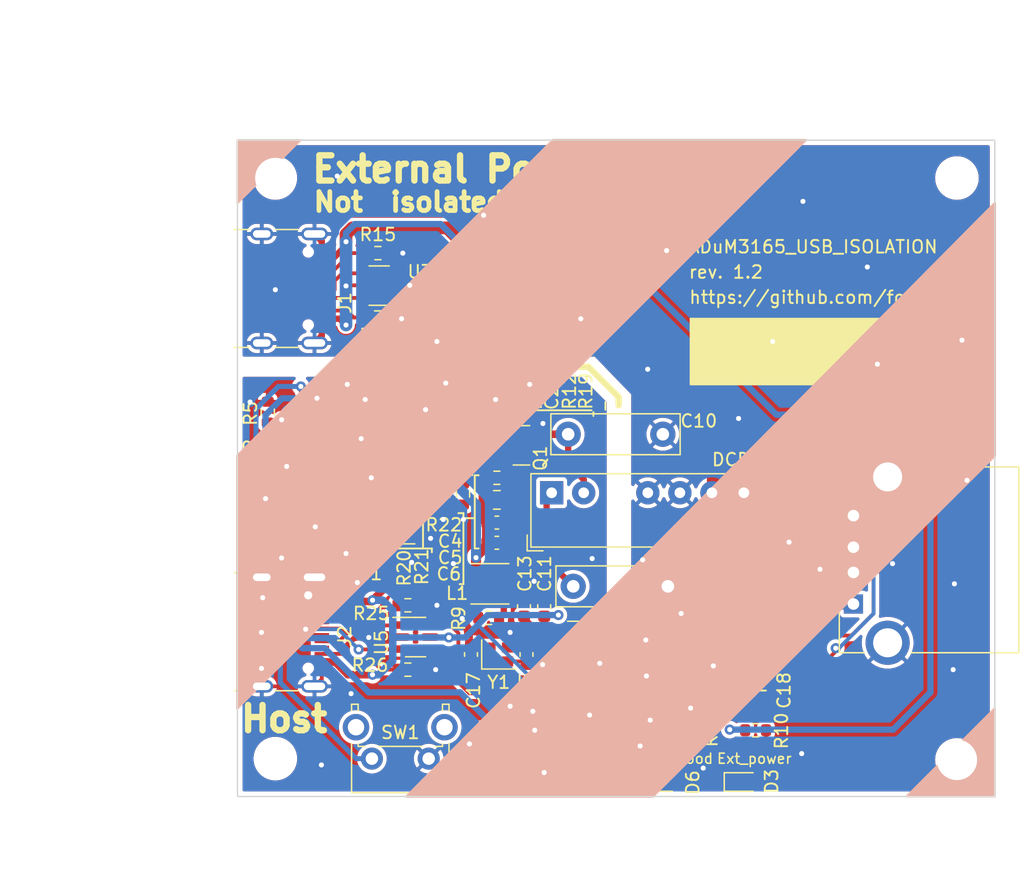
<source format=kicad_pcb>
(kicad_pcb (version 20221018) (generator pcbnew)
  (layers (0 "F.Cu" signal) (31 "B.Cu" signal) (34 "B.Paste" user) (35 "F.Paste" user) (36 "B.SilkS" user "B.Silkscreen") (37 "F.SilkS" user "F.Silkscreen") (38 "B.Mask" user) (39 "F.Mask" user) (44 "Edge.Cuts" user))
  (net 0 "")
  (net 1 "GND1")
  (net 2 "VDD")
  (net 3 "Net-(U1B--)")
  (net 4 "VDDA")
  (net 5 "Net-(DCDC1-+Vin)")
  (net 6 "GND2")
  (net 7 "Net-(DCDC1--Vin)")
  (net 8 "Net-(U4-VDD1)")
  (net 9 "Net-(U4-VDD2)")
  (net 10 "Net-(U4-GND1{slash}XI1)")
  (net 11 "Net-(U4-XI2{slash}GND2)")
  (net 12 "Net-(U4-GND1{slash}XO1)")
  (net 13 "Net-(U4-XO2{slash}GND2)")
  (net 14 "Net-(D1-A)")
  (net 15 "Net-(D2-A)")
  (net 16 "Net-(D3-A)")
  (net 17 "Net-(C2-Pad2)")
  (net 18 "Net-(D4-A)")
  (net 19 "Net-(D5-K)")
  (net 20 "Net-(D5-A)")
  (net 21 "Net-(D6-A)")
  (net 22 "Net-(J1-CC1)")
  (net 23 "Net-(J1-D+-PadA6)")
  (net 24 "Net-(J1-D--PadA7)")
  (net 26 "Net-(J1-CC2)")
  (net 28 "Net-(J2-CC1)")
  (net 29 "Net-(U4-UD+)")
  (net 30 "Net-(U4-UD-)")
  (net 32 "Net-(J2-CC2)")
  (net 34 "Net-(J3-D-)")
  (net 35 "Net-(J3-D+)")
  (net 36 "Net-(Q1-G)")
  (net 37 "Net-(Q1-S)")
  (net 38 "Net-(U1C--)")
  (net 39 "Net-(R3-Pad1)")
  (net 40 "Net-(U1D--)")
  (net 41 "Net-(U1D-+)")
  (net 42 "Net-(R13-Pad1)")
  (net 43 "Net-(U4-PGOOD)")
  (net 44 "Net-(U1A--)")
  (footprint "Capacitor_SMD:C_0603_1608Metric" (layer "F.Cu") (at 124.3 136.95 -90)
    (fp_text reference "C11")
    (fp_text value "0.1uF")
  )
  (footprint "Button_Switch_THT:SW_Tactile_SPST_Angled_PTS645Vx58-2LFS" (layer "F.Cu") (at 115.15 149 180)
    (fp_text reference "SW1")
    (fp_text value "Reset_Button")
  )
  (footprint "Capacitor_SMD:C_0603_1608Metric" (layer "F.Cu") (at 116.621 124.437 90)
    (fp_text reference "C2")
    (fp_text value "0.1uF")
  )
  (footprint "Resistor_SMD:R_0603_1608Metric" (layer "F.Cu") (at 115.1 124.45 90)
    (fp_text reference "R8")
    (fp_text value "24k")
  )
  (footprint "Connector_USB:USB_A_CONNFLY_DS1095-WNR0" (layer "F.Cu") (at 148.8 136.75 90)
    (fp_text reference "J3")
    (fp_text value "USB_A" hide)
  )
  (footprint "Resistor_SMD:R_0603_1608Metric" (layer "F.Cu") (at 105.3 128.65)
    (fp_text reference "R6")
    (fp_text value "1k")
  )
  (footprint "Resistor_SMD:R_0603_1608Metric" (layer "F.Cu") (at 116.3 128.05 90)
    (fp_text reference "R20")
    (fp_text value "1")
  )
  (footprint "Resistor_SMD:R_0603_1608Metric" (layer "F.Cu") (at 135.16 146.75)
    (fp_text reference "R23")
    (fp_text value "1.8k")
  )
  (footprint "LED_SMD:LED_0603_1608Metric" (layer "F.Cu") (at 127.15 150.85)
    (fp_text reference "D1")
    (fp_text value "Red" hide)
  )
  (footprint "Package_TO_SOT_SMD:SOT-23-6" (layer "F.Cu") (at 114.11 139.37)
    (fp_text reference "U5")
    (fp_text value "D5V0P4UR6SO-7")
  )
  (footprint "Resistor_SMD:R_0603_1608Metric" (layer "F.Cu") (at 111.1 114.05 180)
    (fp_text reference "R18")
    (fp_text value "5k1")
  )
  (footprint "Capacitor_SMD:C_0603_1608Metric" (layer "F.Cu") (at 122.9 140.75 90)
    (fp_text reference "C15")
    (fp_text value "12pF")
  )
  (footprint "Capacitor_SMD:C_0603_1608Metric" (layer "F.Cu") (at 139.2 136.55 90)
    (fp_text reference "C14")
    (fp_text value "0.1uF")
  )
  (footprint "Connector_USB:USB_C_Receptacle_GCT_USB4105-xx-A_16P_TopMnt_Horizontal" (layer "F.Cu") (at 103 138.95 -90)
    (fp_text reference "J2")
    (fp_text value "USB_C_Receptacle_USB2.0" hide)
  )
  (footprint "MountingHole:MountingHole_3.2mm_M3_DIN965" (layer "F.Cu") (at 157 149.1)
    (fp_text reference "H3" hide)
    (fp_text value "MountingHole" hide)
  )
  (footprint "Capacitor_SMD:C_0603_1608Metric" (layer "F.Cu") (at 143.2 140.85 -90)
    (fp_text reference "C18")
    (fp_text value "12pF")
  )
  (footprint "Resistor_SMD:R_0603_1608Metric" (layer "F.Cu") (at 119.9 137.85)
    (fp_text reference "R9")
    (fp_text value "0")
  )
  (footprint "Capacitor_SMD:C_0603_1608Metric" (layer "F.Cu") (at 120.55 130.3 180)
    (fp_text reference "C5")
    (fp_text value "1uF")
  )
  (footprint "MountingHole:MountingHole_3.2mm_M3_DIN965" (layer "F.Cu") (at 157 103)
    (fp_text reference "H2" hide)
    (fp_text value "MountingHole" hide)
  )
  (footprint "Resistor_SMD:R_0603_1608Metric" (layer "F.Cu") (at 113.5 136.85 180)
    (fp_text reference "R25")
    (fp_text value "5k1")
  )
  (footprint "Capacitor_SMD:C_0603_1608Metric" (layer "F.Cu") (at 118.5 140.75 90)
    (fp_text reference "C17")
    (fp_text value "12pF")
  )
  (footprint "Resistor_SMD:R_0603_1608Metric" (layer "F.Cu") (at 104.472 130.946 -90)
    (fp_text reference "R7")
    (fp_text value "1k")
  )
  (footprint "Package_TO_SOT_SMD:SOT-23" (layer "F.Cu") (at 122.499 124.177)
    (fp_text reference "Q1")
    (fp_text value "AS2302")
  )
  (footprint "Connector_USB:USB_C_Receptacle_GCT_USB4105-xx-A_16P_TopMnt_Horizontal" (layer "F.Cu") (at 103 111.75 -90)
    (fp_text reference "J1")
    (fp_text value "USB_C_Receptacle_USB2.0" hide)
  )
  (footprint "Resistor_SMD:R_0603_1608Metric" (layer "F.Cu") (at 117.87 128.05 90)
    (fp_text reference "R21")
    (fp_text value "1")
  )
  (footprint "LED_SMD:LED_0603_1608Metric" (layer "F.Cu") (at 133.65 150.85)
    (fp_text reference "D6")
    (fp_text value "Or")
  )
  (footprint "Resistor_SMD:R_0603_1608Metric" (layer "F.Cu") (at 112.3 120.55)
    (fp_text reference "R1")
    (fp_text value "5k1")
  )
  (footprint "Crystal:Crystal_SMD_2016-4Pin_2.0x1.6mm" (layer "F.Cu") (at 120.7 140.75)
    (fp_text reference "Y1")
    (fp_text value "24MHz")
  )
  (footprint "Capacitor_THT:C_Rect_L10.0mm_W3.0mm_P7.50mm_MKS4" (layer "F.Cu") (at 133.7 123.3 180)
    (fp_text reference "C10")
    (fp_text value "330pF" hide)
  )
  (footprint "Capacitor_SMD:C_0603_1608Metric" (layer "F.Cu") (at 137.6 136.55 -90)
    (fp_text reference "C12")
    (fp_text value "0.1uF")
  )
  (footprint "Diode_SMD:D_SOD-323" (layer "F.Cu") (at 108.5 121.95 180)
    (fp_text reference "D5")
    (fp_text value "10v 3A" hide)
  )
  (footprint "Capacitor_THT:C_Rect_L10.0mm_W3.0mm_P7.50mm_MKS4" (layer "F.Cu") (at 134.1 135.35 180)
    (fp_text reference "C3")
    (fp_text value "330pF" hide)
  )
  (footprint "Crystal:Crystal_SMD_2016-4Pin_2.0x1.6mm" (layer "F.Cu") (at 141.1 140.85 90)
    (fp_text reference "Y2")
    (fp_text value "24MHz")
  )
  (footprint "Capacitor_SMD:C_0805_2012Metric" (layer "F.Cu") (at 120.55 128.5 180)
    (fp_text reference "C4")
    (fp_text value "10uF")
  )
  (footprint "Capacitor_SMD:C_0603_1608Metric" (layer "F.Cu") (at 139 140.85 90)
    (fp_text reference "C16")
    (fp_text value "12pF")
  )
  (footprint "Resistor_SMD:R_0603_1608Metric" (layer "F.Cu") (at 105.297 127.073)
    (fp_text reference "R16")
    (fp_text value "24k")
  )
  (footprint "Resistor_SMD:R_0603_1608Metric" (layer "F.Cu") (at 118.224 124.323 -90)
    (fp_text reference "R12")
    (fp_text value "1k")
  )
  (footprint "Capacitor_SMD:C_0603_1608Metric" (layer "F.Cu") (at 122.7 136.95 90)
    (fp_text reference "C13")
    (fp_text value "0.1uF")
  )
  (footprint "Resistor_SMD:R_0603_1608Metric" (layer "F.Cu") (at 102.4 124.65 -90)
    (fp_text reference "R2")
    (fp_text value "1k")
  )
  (footprint "Resistor_SMD:R_0603_1608Metric" (layer "F.Cu") (at 105.36 122 180)
    (fp_text reference "R17")
    (fp_text value "560")
  )
  (footprint "Resistor_SMD:R_0603_1608Metric" (layer "F.Cu") (at 113.5 141.95 180)
    (fp_text reference "R26")
    (fp_text value "5k1")
  )
  (footprint "Diode_SMD:D_SOD-323" (layer "F.Cu") (at 123 108.15 180)
    (fp_text reference "D2")
    (fp_text value "10v 3A")
  )
  (footprint "MountingHole:MountingHole_3.2mm_M3_DIN965" (layer "F.Cu") (at 103 149)
    (fp_text reference "H1" hide)
    (fp_text value "MountingHole" hide)
  )
  (footprint "Capacitor_SMD:C_0805_2012Metric" (layer "F.Cu") (at 144.65 127.1 180)
    (fp_text reference "C9")
    (fp_text value "10uF")
  )
  (footprint "Package_TO_SOT_SMD:SOT-23-6" (layer "F.Cu") (at 111.225 111.525 180)
    (fp_text reference "U3")
    (fp_text value "D5V0P4UR6SO-7")
  )
  (footprint "Resistor_SMD:R_0603_1608Metric" (layer "F.Cu") (at 125.55 146.75 180)
    (fp_text reference "R4")
    (fp_text value "1.8k")
  )
  (footprint "Package_SO:SSOP-20_5.3x7.2mm_P0.65mm" (layer "F.Cu") (at 130.6 141.55)
    (fp_text reference "U4")
    (fp_text value "ADuM3165")
  )
  (footprint "Resistor_SMD:R_0603_1608Metric" (layer "F.Cu") (at 121.4 110.85 90)
    (fp_text reference "R3")
    (fp_text value "5k1")
  )
  (footprint "Resistor_SMD:R_0603_1608Metric" (layer "F.Cu") (at 102.874 130.968 90)
    (fp_text reference "R13")
    (fp_text value "1k")
  )
  (footprint "Capacitor_SMD:C_0603_1608Metric" (layer "F.Cu") (at 144.4 128.95 180)
    (fp_text reference "C7")
    (fp_text value "0.1uF")
  )
  (footprint "Package_TO_SOT_SMD:SOT-23-6" (layer "F.Cu") (at 143.76 134.62)
    (fp_text reference "U6")
    (fp_text value "D5V0P4UR6SO-7")
  )
  (footprint "Capacitor_SMD:C_0603_1608Metric" (layer "F.Cu") (at 144.4 130.55 180)
    (fp_text reference "C8")
    (fp_text value "1uF")
  )
  (footprint "Resistor_SMD:R_0603_1608Metric" (layer "F.Cu") (at 111.125 108.95 180)
    (fp_text reference "R15")
    (fp_text value "5k1" hide)
  )
  (footprint "Capacitor_SMD:C_0603_1608Metric" (layer "F.Cu") (at 120.55 131.9 180)
    (fp_text reference "C6")
    (fp_text value "0.1uF")
  )
  (footprint "User_Lib:RFMM_RFB0505S" (layer "F.Cu") (at 132.5 129.35 90)
    (fp_text reference "DCDC1")
    (fp_text value "RFMM-0505S" hide)
  )
  (footprint "Capacitor_SMD:C_0603_1608Metric" (layer "F.Cu") (at 110.6 132.975)
    (fp_text reference "C1")
    (fp_text value "0.1uF")
  )
  (footprint "Resistor_SMD:R_0603_1608Metric" (layer "F.Cu") (at 119.754 124.348 90)
    (fp_text reference "R19")
    (fp_text value "24k")
  )
  (footprint "Resistor_SMD:R_0603_1608Metric" (layer "F.Cu") (at 120 146.75)
    (fp_text reference "R11")
    (fp_text value "1.8k")
  )
  (footprint "Package_SO:SO-4_4.4x3.6mm_P2.54mm" (layer "F.Cu") (at 120.175 117.7 -90)
    (fp_text reference "U2")
    (fp_text value "LTV-356T")
  )
  (footprint "Resistor_SMD:R_0603_1608Metric" (layer "F.Cu") (at 102.4 121.55 -90)
    (fp_text reference "R5")
    (fp_text value "1k")
  )
  (footprint "Resistor_SMD:R_0603_1608Metric" (layer "F.Cu") (at 141.05 146.75)
    (fp_text reference "R10")
    (fp_text value "5k1")
  )
  (footprint "Resistor_SMD:R_0603_1608Metric" (layer "F.Cu") (at 120.55 126.75)
    (fp_text reference "R22")
    (fp_text value "0")
  )
  (footprint "LED_SMD:LED_0603_1608Metric" (layer "F.Cu") (at 120.65 150.85)
    (fp_text reference "D4")
    (fp_text value "Green" hide)
  )
  (footprint "Inductor_SMD:L_Taiyo-Yuden_MD-3030" (layer "F.Cu") (at 120 135.15)
    (fp_text reference "L1")
    (fp_text value "22 uH")
  )
  (footprint "Resistor_SMD:R_0603_1608Metric" (layer "F.Cu") (at 112.3 122.15 180)
    (fp_text reference "R14")
    (fp_text value "1k")
  )
  (footprint "LED_SMD:LED_0603_1608Metric" (layer "F.Cu") (at 140.05 150.85)
    (fp_text reference "D3")
    (fp_text value "Blue")
  )
  (footprint "Package_SO:SOIC-14_3.9x8.7mm_P1.27mm" (layer "F.Cu") (at 110.6 127.55 180)
    (fp_text reference "U1")
    (fp_text value "MCP6004T-E/SL" hide)
  )
  (footprint "MountingHole:MountingHole_3.2mm_M3_DIN965" (layer "F.Cu") (at 103 103)
    (fp_text reference "H4" hide)
    (fp_text value "MountingHole" hide)
  )
  (gr_poly (pts (xy 100 145) (xy 100 125) (xy 125 100) (xy 145 100)) (stroke (width 0.2)) (fill solid) (layer "B.SilkS"))
  (gr_poly (pts (xy 160 152) (xy 153 152) (xy 160 145)) (stroke (width 0.15)) (fill solid) (layer "B.SilkS"))
  (gr_poly (pts (xy 100 105) (xy 100 100) (xy 105 100)) (stroke (width 0.15)) (fill solid) (layer "B.SilkS"))
  (gr_poly (pts (xy 160 125) (xy 132.9 152) (xy 113.4 152) (xy 160 105)) (stroke (width 0.2)) (fill solid) (layer "B.SilkS"))
  (gr_line (start 146.2 131.45) (end 145.8 131.45) (stroke (width 0.15)) (layer "F.SilkS"))
  (gr_line (start 115.5 126.35) (end 115.5 126.65) (stroke (width 0.15)) (layer "F.SilkS"))
  (gr_line (start 118.8 132.35) (end 119.1 132.35) (stroke (width 0.15)) (layer "F.SilkS"))
  (gr_line (start 130.2 150.95) (end 130.2 147.25) (stroke (width 0.5)) (layer "F.SilkS"))
  (gr_line (start 117.9 129.55) (end 117.9 135.175) (stroke (width 0.15)) (layer "F.SilkS"))
  (gr_line (start 118.8 126.55) (end 119.1 126.55) (stroke (width 0.15)) (layer "F.SilkS"))
  (gr_line (start 118.8 126.55) (end 118.8 132.35) (stroke (width 0.15)) (layer "F.SilkS"))
  (gr_rect (start 135.9 114.15) (end 158.2 119.35) (stroke (width 0.15)) (fill solid) (layer "F.SilkS"))
  (gr_line (start 128.05 121.4) (end 122.8 121.4) (stroke (width 0.15)) (layer "F.SilkS"))
  (gr_line (start 122.1 122.45) (end 114.3 122.45) (stroke (width 0.15)) (layer "F.SilkS"))
  (gr_line (start 120.497 122.323) (end 120.497 122.823) (stroke (width 0.15)) (layer "F.SilkS"))
  (gr_line (start 114.7 126.35) (end 118.6 126.35) (stroke (width 0.15)) (layer "F.SilkS"))
  (gr_line (start 117.9 129.95) (end 118.7 129.95) (stroke (width 0.15)) (layer "F.SilkS"))
  (gr_line (start 122.8 121.9) (end 122.8 120.9) (stroke (width 0.15)) (layer "F.SilkS"))
  (gr_line (start 112.4 132.35) (end 112.4 132.65) (stroke (width 0.15)) (layer "F.SilkS"))
  (gr_line (start 117.9 135.175) (end 117.6 135.175) (stroke (width 0.15)) (layer "F.SilkS"))
  (gr_line (start 146.2 126.1) (end 145.8 126.1) (stroke (width 0.15)) (layer "F.SilkS"))
  (gr_line (start 118.6 126.35) (end 118.6 126.55) (stroke (width 0.15)) (layer "F.SilkS"))
  (gr_line (start 114.7 132.35) (end 114.7 126.45) (stroke (width 0.15)) (layer "F.SilkS"))
  (gr_line (start 127.8 117.95) (end 130.2 120.35) (stroke (width 0.5)) (layer "F.SilkS"))
  (gr_line (start 112.4 132.35) (end 115.4 132.35) (stroke (width 0.15)) (layer "F.SilkS"))
  (gr_line (start 146.2 121.7) (end 146.2 131.45) (stroke (width 0.15)) (layer "F.SilkS"))
  (gr_line (start 117.9 129.55) (end 117.5 129.55) (stroke (width 0.15)) (layer "F.SilkS"))
  (gr_line (start 130.2 121) (end 130.2 120.45) (stroke (width 0.5)) (layer "F.SilkS"))
  (gr_line (start 114.7 126.45) (end 114.7 126.35) (stroke (width 0.15)) (layer "F.SilkS"))
  (gr_line (start 115.5 117.95) (end 109.5 117.95) (stroke (width 0.5)) (layer "F.SilkS"))
  (gr_line (start 122.8 121.9) (end 122.1 122.45) (stroke (width 0.15)) (layer "F.SilkS"))
  (gr_line (start 128.2 121.85) (end 128.2 121.55) (stroke (width 0.15)) (layer "F.SilkS"))
  (gr_line (start 115.4 132.35) (end 115.4 132.65) (stroke (width 0.15)) (layer "F.SilkS"))
  (gr_line (start 145.6 121.7) (end 146.2 121.7) (stroke (width 0.15)) (layer "F.SilkS"))
  (gr_line (start 127.7 117.95) (end 124.7 117.95) (stroke (width 0.5)) (layer "F.SilkS"))
  (gr_line (start 114.3 122.45) (end 114.3 122.85) (stroke (width 0.15)) (layer "F.SilkS"))
  (gr_line (start 129.15 121.35) (end 129.15 120.75) (stroke (width 0.15)) (layer "F.SilkS"))
  (gr_rect (start 100 100) (end 160 152) (stroke (width 0.1)) (fill none) (layer "Edge.Cuts"))
  (gr_text "ADuM3165_USB_ISOLATION" (at 145.6 108.45) (layer "F.SilkS") (effects (font (size 1 1))))
  (gr_text "Host" (at 103.7 145.85) (layer "F.SilkS") (effects (font (size 2 2) (thickness 0.5))))
  (gr_text "Ext_power\n" (at 140.95 149) (layer "F.SilkS") (effects (font (size 0.8 0.8) (thickness 0.125))))
  (gr_text "https://github.com/fominsky" (at 146.9 112.45) (layer "F.SilkS") (effects (font (size 1 1))))
  (gr_text "External Power\n" (at 117.3 102.3) (layer "F.SilkS") (effects (font (size 2 2) (thickness 0.5))))
  (gr_text "Overload" (at 127.199 149) (layer "F.SilkS") (effects (font (size 0.8 0.8) (thickness 0.125))))
  (gr_text "Not  isolated" (at 113.6 104.9) (layer "F.SilkS") (effects (font (size 1.5 1.5) (thickness 0.375))))
  (gr_text "Device" (at 154.45 122.55) (layer "F.SilkS") (effects (font (size 2 2) (thickness 0.5))))
  (gr_text "Power_good\n" (at 134.15 149) (layer "F.SilkS") (effects (font (size 0.8 0.8) (thickness 0.125))))
  (gr_text "rev. 1.2\n" (at 138.7 110.45) (layer "F.SilkS") (effects (font (size 1 1))))
  (gr_text "Power ON" (at 120.49 149) (layer "F.SilkS") (effects (font (size 0.8 0.8) (thickness 0.125))))
  (segment (start 120 140.2) (end 119.775 139.975) (width 0.3) (layer "F.Cu") (net 1))
  (segment (start 118.224 123.498) (end 118.224 122.818) (width 0.4) (layer "F.Cu") (net 1))
  (segment (start 122.975 141.55) (end 122.9 141.625) (width 0.3) (layer "F.Cu") (net 1))
  (segment (start 114.325 136.85) (end 115.8 136.85) (width 0.3) (layer "F.Cu") (net 1))
  (segment (start 109.9 128.05) (end 109.9 132.85) (width 0.5) (layer "F.Cu") (net 1))
  (segment (start 118.224 122.818) (end 118.905 122.137) (width 0.4) (layer "F.Cu") (net 1))
  (segment (start 124.175 141.55) (end 122.975 141.55) (width 0.3) (layer "F.Cu") (net 1))
  (segment (start 109.9 132.85) (end 108.7 132.85) (width 0.5) (layer "F.Cu") (net 1))
  (segment (start 122.575 141.3) (end 121.4 141.3) (width 0.3) (layer "F.Cu") (net 1))
  (segment (start 108.7 132.85) (end 108.6 132.75) (width 0.5) (layer "F.Cu") (net 1))
  (segment (start 114.325 141.95) (end 115.7 141.95) (width 0.3) (layer "F.Cu") (net 1))
  (segment (start 117.87 130.02) (end 117.9 130.05) (width 0.4) (layer "F.Cu") (net 1))
  (segment (start 119.775 139.975) (end 118.5 139.975) (width 0.3) (layer "F.Cu") (net 1))
  (segment (start 109.4 127.55) (end 109.9 128.05) (width 0.5) (layer "F.Cu") (net 1))
  (segment (start 112.9625 139.4) (end 110.4 139.4) (width 0.3) (layer "F.Cu") (net 1))
  (segment (start 116.3 128.875) (end 116.3 130.05) (width 0.5) (layer "F.Cu") (net 1))
  (segment (start 106.68 142.695) (end 106.105 143.27) (width 0.3) (layer "F.Cu") (net 1))
  (segment (start 122.9 141.625) (end 122.575 141.3) (width 0.3) (layer "F.Cu") (net 1))
  (segment (start 118.905 122.137) (end 118.905 120.85) (width 0.4) (layer "F.Cu") (net 1))
  (segment (start 117.87 128.875) (end 116.27 128.875) (width 0.4) (layer "F.Cu") (net 1))
  (segment (start 108.125 127.55) (end 109.4 127.55) (width 0.5) (layer "F.Cu") (net 1))
  (segment (start 117.87 128.875) (end 117.87 130.02) (width 0.4) (layer "F.Cu") (net 1))
  (segment (start 106.68 142.15) (end 106.68 142.695) (width 0.3) (layer "F.Cu") (net 1))
  (via (at 124.2 122.45) (size 0.8) (drill 0.4) (layers "F.Cu" "B.Cu") (net 1))
  (via (at 102 136.25) (size 0.8) (drill 0.4) (layers "F.Cu" "B.Cu") (net 1))
  (via (at 118.375 147.834) (size 0.8) (drill 0.4) (layers "F.Cu" "B.Cu") (net 1))
  (via (at 124.175 141.55) (size 0.8) (drill 0.4) (layers "F.Cu" "B.Cu") (net 1))
  (via (at 106.65 149.5) (size 0.8) (drill 0.4) (layers "F.Cu" "B.Cu") (net 1))
  (via (at 117.1 133.55) (size 0.8) (drill 0.4) (layers "F.Cu" "B.Cu") (net 1))
  (via (at 115.7 141.95) (size 0.8) (drill 0.4) (layers "F.Cu" "B.Cu") (net 1))
  (via (at 127.9 145.55) (size 0.8) (drill 0.4) (layers "F.Cu" "B.Cu") (net 1))
  (via (at 101 120.75) (size 0.8) (drill 0.4) (layers "F.Cu" "B.Cu") (net 1))
  (via (at 108.7 119.35) (size 0.8) (drill 0.4) (layers "F.Cu" "B.Cu") (net 1))
  (via (at 109 143.85) (size 0.8) (drill 0.4) (layers "F.Cu" "B.Cu") (net 1))
  (via (at 121.6 144.85) (size 0.8) (drill 0.4) (layers "F.Cu" "B.Cu") (net 1))
  (via (at 101.9 139) (size 0.8) (drill 0.4) (layers "F.Cu" "B.Cu") (net 1))
  (via (at 128.7 141.45) (size 0.8) (drill 0.4) (layers "F.Cu" "B.Cu") (net 1))
  (via (at 109.5 135.05) (size 0.8) (drill 0.4) (layers "F.Cu" "B.Cu") (net 1))
  (via (at 116.5 119.25) (size 0.8) (drill 0.4) (layers "F.Cu" "B.Cu") (net 1))
  (via (at 117.9 130.05) (size 0.8) (drill 0.4) (layers "F.Cu" "B.Cu") (net 1))
  (via (at 108.6 132.75) (size 0.8) (drill 0.4) (layers "F.Cu" "B.Cu") (net 1))
  (via (at 103.495 133.102) (size 0.8) (drill 0.4) (layers "F.Cu" "B.Cu") (net 1))
  (via (at 113.8 133.45) (size 0.8) (drill 0.4) (layers "F.Cu" "B.Cu") (net 1))
  (via (at 123.15 119.35) (size 0.8) (drill 0.4) (layers "F.Cu" "B.Cu") (net 1))
  (via (at 116.3 130.05) (size 0.8) (drill 0.4) (layers "F.Cu" "B.Cu") (net 1))
  (via (at 121.6 139) (size 0.8) (drill 0.4) (layers "F.Cu" "B.Cu") (net 1))
  (via (at 115.8 136.85) (size 0.8) (drill 0.4) (layers "F.Cu" "B.Cu") (net 1))
  (via (at 117.8 137.9) (size 0.8) (drill 0.4) (layers "F.Cu" "B.Cu") (net 1))
  (via (at 115.3 131.55) (size 0.8) (drill 0.4) (layers "F.Cu" "B.Cu") (net 1))
  (via (at 128.1 133.15) (size 0.8) (drill 0.4) (layers "F.Cu" "B.Cu") (net 1))
  (via (at 110.4 139.4) (size 0.8) (drill 0.4) (layers "F.Cu" "B.Cu") (net 1))
  (via (at 101.9 141.85) (size 0.8) (drill 0.4) (layers "F.Cu" "B.Cu") (net 1))
  (via (at 123.5 134.95) (size 0.8) (drill 0.4) (layers "F.Cu" "B.Cu") (net 1))
  (via (at 124.3 150.1) (size 0.8) (drill 0.4) (layers "F.Cu" "B.Cu") (net 1))
  (segment (start 119.775 131.9) (end 119.775 132.1) (width 0.8) (layer "F.Cu") (net 2))
  (segment (start 103.525 125.475) (end 103.9 125.85) (width 0.5) (layer "F.Cu") (net 2))
  (segment (start 107.746 141.35) (end 106.68 141.35) (width 0.6) (layer "F.Cu") (net 2))
  (segment (start 118.9 135.15) (end 118.9 137.675) (width 0.6) (layer "F.Cu") (net 2))
  (segment (start 114.9 121.35) (end 114.1 120.55) (width 0.5) (layer "F.Cu") (net 2))
  (segment (start 124.4 137.625) (end 124.3 137.725) (width 0.3) (layer "F.Cu") (net 2))
  (segment (start 122.975 145.675) (end 123.4 145.25) (width 0.25) (layer "F.Cu") (net 2))
  (segment (start 124.3 138.25) (end 124.3 137.725) (width 0.3) (layer "F.Cu") (net 2))
  (segment (start 119.775 130.3) (end 119.775 131.9) (width 0.8) (layer "F.Cu") (net 2))
  (segment (start 115.2375 139.4) (end 116.75 139.4) (width 0.3) (layer "F.Cu") (net 2))
  (segment (start 118.8 135.05) (end 111.5 135.05) (width 0.6) (layer "F.Cu") (net 2))
  (segment (start 111.5 135.05) (end 111.5 133.1) (width 0.6) (layer "F.Cu") (net 2))
  (segment (start 119.525 128.75) (end 119.525 130.05) (width 0.8) (layer "F.Cu") (net 2))
  (segment (start 106.68 136.55) (end 110.6 136.55) (width 0.6) (layer "F.Cu") (net 2))
  (segment (start 127.1 138.625) (end 124.675 138.625) (width 0.3) (layer "F.Cu") (net 2))
  (segment (start 110.7 136.45) (end 111.5 135.65) (width 0.6) (layer "F.Cu") (net 2))
  (segment (start 119.775 132.1) (end 118.9 132.975) (width 0.8) (layer "F.Cu") (net 2))
  (segment (start 102.4 125.475) (end 103.525 125.475) (width 0.5) (layer "F.Cu") (net 2))
  (segment (start 119.175 146.8) (end 120.3 145.675) (width 0.25) (layer "F.Cu") (net 2))
  (segment (start 118.9 135.15) (end 118.8 135.05) (width 0.6) (layer "F.Cu") (net 2))
  (segment (start 111.4 127.65) (end 111.4 132.85) (width 0.5) (layer "F.Cu") (net 2))
  (segment (start 113.075 127.55) (end 111.5 127.55) (width 0.5) (layer "F.Cu") (net 2))
  (segment (start 118.9 137.675) (end 119.075 137.85) (width 0.6) (layer "F.Cu") (net 2))
  (segment (start 124.675 138.625) (end 124.3 138.25) (width 0.3) (layer "F.Cu") (net 2))
  (segment (start 111.5 135.65) (end 111.5 134.85) (width 0.6) (layer "F.Cu") (net 2))
  (segment (start 114.1 120.55) (end 113.125 120.55) (width 0.5) (layer "F.Cu") (net 2))
  (segment (start 118.9 133.075) (end 118.9 135.15) (width 0.8) (layer "F.Cu") (net 2))
  (segment (start 111.5 133.1) (end 111.375 132.975) (width 0.6) (layer "F.Cu") (net 2))
  (segment (start 110.6 136.55) (end 110.7 136.45) (width 0.6) (layer "F.Cu") (net 2))
  (segment (start 119.525 130.05) (end 119.775 130.3) (width 0.8) (layer "F.Cu") (net 2))
  (segment (start 118.9 132.975) (end 118.9 133.075) (width 0.8) (layer "F.Cu") (net 2))
  (segment (start 120.3 145.675) (end 122.975 145.675) (width 0.25) (layer "F.Cu") (net 2))
  (segment (start 111.5 127.55) (end 111.4 127.55) (width 0.5) (layer "F.Cu") (net 2))
  (segment (start 110.7 142.35) (end 108.746 142.35) (width 0.6) (layer "F.Cu") (net 2))
  (segment (start 111.4 127.55) (end 110.6 126.75) (width 0.5) (layer "F.Cu") (net 2))
  (segment (start 108.746 142.35) (end 107.746 141.35) (width 0.6) (layer "F.Cu") (net 2))
  (segment (start 111.5 127.55) (end 111.4 127.65) (width 0.5) (layer "F.Cu") (net 2))
  (segment (start 125.425 137.625) (end 124.4 137.625) (width 0.3) (layer "F.Cu") (net 2))
  (via (at 116.75 139.4) (size 0.8) (drill 0.4) (layers "F.Cu" "B.Cu") (net 2))
  (via (at 118.9 133.075) (size 0.8) (drill 0.4) (layers "F.Cu" "B.Cu") (net 2))
  (via (at 110.7 136.45) (size 0.8) (drill 0.4) (layers "F.Cu" "B.Cu") (net 2))
  (via (at 110.7 142.35) (size 0.8) (drill 0.4) (layers "F.Cu" "B.Cu") (net 2))
  (via (at 103.9 125.85) (size 0.8) (drill 0.4) (layers "F.Cu" "B.Cu") (net 2))
  (via (at 110.6 126.75) (size 0.8) (drill 0.4) (layers "F.Cu" "B.Cu") (net 2))
  (via (at 114.9 121.35) (size 0.8) (drill 0.4) (layers "F.Cu" "B.Cu") (net 2))
  (via (at 123.4 145.25) (size 0.8) (drill 0.4) (layers "F.Cu" "B.Cu") (net 2))
  (via (at 125.425 137.625) (size 0.8) (drill 0.4) (layers "F.Cu" "B.Cu") (net 2))
  (segment (start 119.05 138.4) (end 118.05 139.4) (width 0.5) (layer "B.Cu") (net 2))
  (segment (start 112.3 139.35) (end 112.3 137.25) (width 0.6) (layer "B.Cu") (net 2))
  (segment (start 110.7 142.35) (end 111.2 142.35) (width 0.6) (layer "B.Cu") (net 2))
  (segment (start 112.3 137.25) (end 111.5 136.45) (width 0.6) (layer "B.Cu") (net 2))
  (segment (start 112.3 141.25) (end 112.3 139.35) (width 0.6) (layer "B.Cu") (net 2))
  (segment (start 111.2 142.35) (end 112.3 141.25) (width 0.6) (layer "B.Cu") (net 2))
  (segment (start 123.4 142.75) (end 119.05 138.4) (width 0.3) (layer "B.Cu") (net 2))
  (segment (start 118.05 139.4) (end 116.75 139.4) (width 0.5) (layer "B.Cu") (net 2))
  (segment (start 112.35 139.4) (end 112.3 139.35) (width 0.5) (layer "B.Cu") (net 2))
  (segment (start 114.9 124.875) (end 118.9 128.875) (width 0.8) (layer "B.Cu") (net 2))
  (segment (start 123.4 145.25) (end 123.4 142.75) (width 0.3) (layer "B.Cu") (net 2))
  (segment (start 111.5 136.45) (end 110.7 136.45) (width 0.6) (layer "B.Cu") (net 2))
  (segment (start 110.6 126.75) (end 104.8 126.75) (width 0.5) (layer "B.Cu") (net 2))
  (segment (start 114.9 121.35) (end 114.9 124.875) (width 0.8) (layer "B.Cu") (net 2))
  (segment (start 119.825 137.625) (end 119.05 138.4) (width 0.5) (layer "B.Cu") (net 2))
  (segment (start 116.75 139.4) (end 112.35 139.4) (width 0.5) (layer "B.Cu") (net 2))
  (segment (start 118.9 128.875) (end 118.9 133.075) (width 0.8) (layer "B.Cu") (net 2))
  (segment (start 125.425 137.625) (end 119.825 137.625) (width 0.5) (layer "B.Cu") (net 2))
  (segment (start 104.8 126.75) (end 103.9 125.85) (width 0.5) (layer "B.Cu") (net 2))
  (segment (start 114.835 125.01) (end 115.1 125.275) (width 0.5) (layer "F.Cu") (net 3))
  (segment (start 118.224 125.148) (end 116.685 125.148) (width 0.4) (layer "F.Cu") (net 3))
  (segment (start 115.17 125.275) (end 116.645 125.275) (width 0.5) (layer "F.Cu") (net 3))
  (segment (start 116.685 125.148) (end 116.621 125.212) (width 0.4) (layer "F.Cu") (net 3))
  (segment (start 116.645 125.275) (end 116.67 125.25) (width 0.4) (layer "F.Cu") (net 3))
  (segment (start 113.075 125.01) (end 114.835 125.01) (width 0.5) (layer "F.Cu") (net 3))
  (segment (start 143.625 127.35) (end 143.625 128.95) (width 0.5) (layer "F.Cu") (net 4))
  (segment (start 125.7 108.15) (end 124.05 108.15) (width 1) (layer "F.Cu") (net 4))
  (segment (start 137 130.75) (end 137.59 130.16) (width 1) (layer "F.Cu") (net 4))
  (segment (start 137.69 120.14) (end 125.7 108.15) (width 1) (layer "F.Cu") (net 4))
  (segment (start 134.1 135.35) (end 134.1 132.35) (width 1) (layer "F.Cu") (net 4))
  (segment (start 135.15 137.5) (end 137.425 137.5) (width 0.3) (layer "F.Cu") (net 4))
  (segment (start 141.6866 127.9366) (end 140.12 127.9366) (width 0.5) (layer "F.Cu") (net 4))
  (segment (start 137.3 138.55) (end 137.6 138.25) (width 0.25) (layer "F.Cu") (net 4))
  (segment (start 137.59 127.9366) (end 137.69 127.8366) (width 1) (layer "F.Cu") (net 4))
  (segment (start 142.7 128.95) (end 141.6866 127.9366) (width 0.5) (layer "F.Cu") (net 4))
  (segment (start 134.1 138.625) (end 134.175 138.55) (width 0.25) (layer "F.Cu") (net 4))
  (segment (start 137.425 137.5) (end 137.6 137.325) (width 0.3) (layer "F.Cu") (net 4))
  (segment (start 137.59 127.9366) (end 140.12 127.9366) (width 1) (layer "F.Cu") (net 4))
  (segment (start 143.625 130.55) (end 143.625 131.775) (width 0.5) (layer "F.Cu") (net 4))
  (segment (start 143.625 130.55) (end 143.625 128.95) (width 0.5) (layer "F.Cu") (net 4))
  (segment (start 144.8975 134.62) (end 145.53 134.62) (width 0.4) (layer "F.Cu") (net 4))
  (segment (start 134.175 138.55) (end 137.3 138.55) (width 0.25) (layer "F.Cu") (net 4))
  (segment (start 145.53 134.62) (end 146.15 134) (width 0.4) (layer "F.Cu") (net 4))
  (segment (start 137.69 127.8366) (end 137.69 120.14) (width 1) (layer "F.Cu") (net 4))
  (segment (start 143.625 128.95) (end 142.7 128.95) (width 0.5) (layer "F.Cu") (net 4))
  (segment (start 134.1 132.35) (end 135.7 130.75) (width 1) (layer "F.Cu") (net 4))
  (segment (start 137.59 130.16) (end 137.59 127.9366) (width 1) (layer "F.Cu") (net 4))
  (segment (start 135.7 130.75) (end 137 130.75) (width 1) (layer "F.Cu") (net 4))
  (segment (start 143.625 131.775) (end 143.7 131.85) (width 0.5) (layer "F.Cu") (net 4))
  (segment (start 137.6 138.25) (end 137.6 137.325) (width 0.25) (layer "F.Cu") (net 4))
  (via (at 135.15 137.5) (size 0.8) (drill 0.4) (layers "F.Cu" "B.Cu") (net 4))
  (via (at 146.15 134) (size 0.8) (drill 0.4) (layers "F.Cu" "B.Cu") (net 4))
  (via (at 143.7 131.85) (size 0.8) (drill 0.4) (layers "F.Cu" "B.Cu") (net 4))
  (segment (start 135.95 136.7) (end 135.15 137.5) (width 0.3) (layer "B.Cu") (net 4))
  (segment (start 146.15 134) (end 144 134) (width 0.4) (layer "B.Cu") (net 4))
  (segment (start 143.7 136.7) (end 143.7 133.7) (width 1) (layer "B.Cu") (net 4))
  (segment (start 148.75 136.7) (end 148.8 136.75) (width 1) (layer "B.Cu") (net 4))
  (segment (start 143.7 136.7) (end 148.75 136.7) (width 1) (layer "B.Cu") (net 4))
  (segment (start 143.7 133.7) (end 143.7 131.85) (width 1) (layer "B.Cu") (net 4))
  (segment (start 144 134) (end 143.7 133.7) (width 0.4) (layer "B.Cu") (net 4))
  (segment (start 143.7 136.7) (end 135.95 136.7) (width 0.3) (layer "B.Cu") (net 4))
  (segment (start 121.1 134.25) (end 121.5 133.85) (width 0.5) (layer "F.Cu") (net 5))
  (segment (start 125.09 133.84) (end 124.49 133.84) (width 0.5) (layer "F.Cu") (net 5))
  (segment (start 121.1 135.15) (end 121.1 134.25) (width 0.5) (layer "F.Cu") (net 5))
  (segment (start 121.1 137.475) (end 120.725 137.85) (width 0.5) (layer "F.Cu") (net 5))
  (segment (start 124.5 133.85) (end 124.49 133.84) (width 0.5) (layer "F.Cu") (net 5))
  (segment (start 121.5 133.85) (end 124.5 133.85) (width 0.5) (layer "F.Cu") (net 5))
  (segment (start 121.1 135.15) (end 121.1 137.475) (width 0.5) (layer "F.Cu") (net 5))
  (segment (start 124.49 128.3366) (end 124.89 127.9366) (width 0.5) (layer "F.Cu") (net 5))
  (segment (start 124.49 133.84) (end 124.49 128.3366) (width 0.5) (layer "F.Cu") (net 5))
  (segment (start 126.6 135.35) (end 125.09 133.84) (width 0.5) (layer "F.Cu") (net 5))
  (segment (start 113.7 111.45) (end 113.65 111.5) (width 0.3) (layer "F.Cu") (net 6))
  (segment (start 111.95 108.95) (end 113.1 108.95) (width 0.5) (layer "F.Cu") (net 6))
  (segment (start 112.9 114.05) (end 113 114.15) (width 0.5) (layer "F.Cu") (net 6))
  (segment (start 106.68 115.495) (end 106.105 116.07) (width 0.5) (layer "F.Cu") (net 6))
  (segment (start 139 141.625) (end 140.475 141.625) (width 0.3) (layer "F.Cu") (net 6))
  (segment (start 132.425 139.575) (end 132.4 139.55) (width 0.3) (layer "F.Cu") (net 6))
  (segment (start 141.725 140.075) (end 141.65 140.15) (width 0.3) (layer "F.Cu") (net 6))
  (segment (start 137.725 141.625) (end 137.7 141.65) (width 0.3) (layer "F.Cu") (net 6))
  (segment (start 111.925 114.05) (end 112.9 114.05) (width 0.5) (layer "F.Cu") (net 6))
  (segment (start 106.68 108.005) (end 106.105 107.43) (width 0.5) (layer "F.Cu") (net 6))
  (segment (start 141.725 140.075) (end 143.2 140.075) (width 0.3) (layer "F.Cu") (net 6))
  (segment (start 112.1875 111.5) (end 113.65 111.5) (width 0.3) (layer "F.Cu") (net 6))
  (segment (start 139 141.625) (end 137.725 141.625) (width 0.3) (layer "F.Cu") (net 6))
  (segment (start 132.4 139.55) (end 132.35 139.6) (width 0.3) (layer "F.Cu") (net 6))
  (segment (start 140.475 141.625) (end 140.55 141.55) (width 0.3) (layer "F.Cu") (net 6))
  (segment (start 106.68 114.95) (end 106.68 115.495) (width 0.5) (layer "F.Cu") (net 6))
  (segment (start 106.68 108.55) (end 106.68 108.005) (width 0.5) (layer "F.Cu") (net 6))
  (via (at 144.7 148.6) (size 0.8) (drill 0.4) (layers "F.Cu" "B.Cu") (net 6))
  (via (at 157.8 126.95) (size 0.8) (drill 0.4) (layers "F.Cu" "B.Cu") (net 6))
  (via (at 144.8 104.85) (size 0.8) (drill 0.4) (layers "F.Cu" "B.Cu") (net 6))
  (via (at 132.35 139.6) (size 0.8) (drill 0.4) (layers "F.Cu" "B.Cu") (net 6))
  (via (at 132.1 133.25) (size 0.8) (drill 0.4) (layers "F.Cu" "B.Cu") (net 6))
  (via (at 127.2 114.15) (size 0.8) (drill 0.4) (layers "F.Cu" "B.Cu") (net 6))
  (via (at 107.9 102.85) (size 0.8) (drill 0.4) (layers "F.Cu" "B.Cu") (net 6))
  (via (at 156.8 135.15) (size 0.8) (drill 0.4) (layers "F.Cu" "B.Cu") (net 6))
  (via (at 113 114.15) (size 0.8) (drill 0.4) (layers "F.Cu" "B.Cu") (net 6))
  (via (at 137.7 141.65) (size 0.8) (drill 0.4) (layers "F.Cu" "B.Cu") (net 6))
  (via (at 113.65 111.5) (size 0.8) (drill 0.4) (layers "F.Cu" "B.Cu") (net 6))
  (via (at 115.8 115.95) (size 0.8) (drill 0.4) (layers "F.Cu" "B.Cu") (net 6))
  (via (at 119.5 105.95) (size 0.8) (drill 0.4) (layers "F.Cu" "B.Cu") (net 6))
  (via (at 142.4 115.95) (size 0.8) (drill 0.4) (layers "F.Cu" "B.Cu") (net 6))
  (via (at 150.7 117.75) (size 0.8) (drill 0.4) (layers "F.Cu" "B.Cu") (net 6))
  (via (at 135.9 145) (size 0.8) (drill 0.4) (layers "F.Cu" "B.Cu") (net 6))
  (via (at 134 108.75) (size 0.8) (drill 0.4) (layers "F.Cu" "B.Cu") (net 6))
  (via (at 139.7 122.05) (size 0.8) (drill 0.4) (layers "F.Cu" "B.Cu") (net 6))
  (via (at 156.7 141.95) (size 0.8) (drill 0.4) (layers "F.Cu" "B.Cu") (net 6))
  (via (at 132.5 118.15) (size 0.8) (drill 0.4) (layers "F.Cu" "B.Cu") (net 6))
  (via (at 136.9 149.75) (size 0.8) (drill 0.4) (layers "F.Cu" "B.Cu") (net 6))
  (via (at 157.4 115.85) (size 0.8) (drill 0.4) (layers "F.Cu" "B.Cu") (net 6))
  (via (at 113.1 108.95) (size 0.8) (drill 0.4) (layers "F.Cu" "B.Cu") (net 6))
  (via (at 103 111.85) (size 0.8) (drill 0.4) (layers "F.Cu" "B.Cu") (net 6))
  (via (at 149.9 110.05) (size 0.8) (drill 0.4) (layers "F.Cu" "B.Cu") (net 6))
  (via (at 131.9 148) (size 0.8) (drill 0.4) (layers "F.Cu" "B.Cu") (net 6))
  (via (at 151.9 133.55) (size 0.8) (drill 0.4) (layers "F.Cu" "B.Cu") (net 6))
  (segment (start 121.5 130.125) (end 121.325 130.3) (width 0.8) (layer "F.Cu") (net 7))
  (segment (start 121.5 126.875) (end 121.5 130.125) (width 0.8) (layer "F.Cu") (net 7))
  (segment (start 121.375 126.75) (end 121.5 126.875) (width 0.8) (layer "F.Cu") (net 7))
  (segment (start 126.2 123.3) (end 126.2 125.65) (width 0.5) (layer "F.Cu") (net 7))
  (segment (start 122.547 126.75) (end 121.375 126.75) (width 0.6) (layer "F.Cu") (net 7))
  (segment (start 123.4365 124.177) (end 123.4365 125.8605) (width 0.6) (layer "F.Cu") (net 7))
  (segment (start 121.325 131.9) (end 121.325 130.3) (width 0.8) (layer "F.Cu") (net 7))
  (segment (start 127.43 126.88) (end 127.43 127.9366) (width 0.5) (layer "F.Cu") (net 7))
  (segment (start 123.4365 125.8605) (end 122.547 126.75) (width 0.6) (layer "F.Cu") (net 7))
  (segment (start 126.2 123.3) (end 124.519555 123.3) (width 0.6) (layer "F.Cu") (net 7))
  (segment (start 124.519555 123.3) (end 123.642555 124.177) (width 0.6) (layer "F.Cu") (net 7))
  (segment (start 126.2 125.65) (end 127.43 126.88) (width 0.5) (layer "F.Cu") (net 7))
  (segment (start 123.642555 124.177) (end 123.4365 124.177) (width 0.6) (layer "F.Cu") (net 7))
  (segment (start 127.1 139.925) (end 124.875 139.925) (width 0.3) (layer "F.Cu") (net 8))
  (segment (start 122.7 137.75) (end 122.7 137.725) (width 0.3) (layer "F.Cu") (net 8))
  (segment (start 122.7 137.75) (end 124.875 139.925) (width 0.3) (layer "F.Cu") (net 8))
  (segment (start 138.9 137.625) (end 139.2 137.325) (width 0.3) (layer "F.Cu") (net 9))
  (segment (start 134.1 139.925) (end 137.075 139.925) (width 0.3) (layer "F.Cu") (net 9))
  (segment (start 138.9 138.1) (end 138.9 137.625) (width 0.3) (layer "F.Cu") (net 9))
  (segment (start 137.075 139.925) (end 138.9 138.1) (width 0.3) (layer "F.Cu") (net 9))
  (segment (start 121.525 140.075) (end 123.925 140.075) (width 0.3) (layer "F.Cu") (net 10))
  (segment (start 121.4 140.2) (end 121.525 140.075) (width 0.3) (layer "F.Cu") (net 10))
  (segment (start 127.075 141.25) (end 127.1 141.225) (width 0.3) (layer "F.Cu") (net 10))
  (segment (start 125.1 141.25) (end 127.075 141.25) (width 0.3) (layer "F.Cu") (net 10))
  (segment (start 123.925 140.075) (end 125.1 141.25) (width 0.3) (layer "F.Cu") (net 10))
  (segment (start 140.475 140.075) (end 140.55 140.15) (width 0.3) (layer "F.Cu") (net 11))
  (segment (start 139 140.075) (end 140.475 140.075) (width 0.3) (layer "F.Cu") (net 11))
  (segment (start 136.925 141.225) (end 138.075 140.075) (width 0.3) (layer "F.Cu") (net 11))
  (segment (start 134.1 141.225) (end 136.925 141.225) (width 0.3) (layer "F.Cu") (net 11))
  (segment (start 138.075 140.075) (end 139 140.075) (width 0.3) (layer "F.Cu") (net 11))
  (segment (start 120 142.1) (end 120.45 142.55) (width 0.3) (layer "F.Cu") (net 12))
  (segment (start 118.5 141.525) (end 119.775 141.525) (width 0.3) (layer "F.Cu") (net 12))
  (segment (start 119.775 141.525) (end 120 141.3) (width 0.3) (layer "F.Cu") (net 12))
  (segment (start 120 141.3) (end 120 142.1) (width 0.3) (layer "F.Cu") (net 12))
  (segment (start 120.45 142.55) (end 125 142.55) (width 0.3) (layer "F.Cu") (net 12))
  (segment (start 125 142.55) (end 125.675 141.875) (width 0.3) (layer "F.Cu") (net 12))
  (segment (start 125.675 141.875) (end 127.1 141.875) (width 0.3) (layer "F.Cu") (net 12))
  (segment (start 141.65 142.4) (end 141.65 141.55) (width 0.3) (layer "F.Cu") (net 13))
  (segment (start 134.1 141.875) (end 136.125 141.875) (width 0.3) (layer "F.Cu") (net 13))
  (segment (start 136.9 142.65) (end 141.4 142.65) (width 0.3) (layer "F.Cu") (net 13))
  (segment (start 136.125 141.875) (end 136.9 142.65) (width 0.3) (layer "F.Cu") (net 13))
  (segment (start 143.125 141.55) (end 143.2 141.625) (width 0.3) (layer "F.Cu") (net 13))
  (segment (start 141.65 141.55) (end 143.125 141.55) (width 0.3) (layer "F.Cu") (net 13))
  (segment (start 141.4 142.65) (end 141.65 142.4) (width 0.3) (layer "F.Cu") (net 13))
  (segment (start 127.9375 150.85) (end 127.9375 149.2875) (width 0.3) (layer "F.Cu") (net 14))
  (segment (start 126.65 147.025) (end 126.375 146.75) (width 0.3) (layer "F.Cu") (net 14))
  (segment (start 126.65 148) (end 126.65 147.025) (width 0.3) (layer "F.Cu") (net 14))
  (segment (start 127.9375 149.2875) (end 126.65 148) (width 0.3) (layer "F.Cu") (net 14))
  (segment (start 108.6 111.55) (end 108.6 111.45) (width 0.3) (layer "F.Cu") (net 15))
  (segment (start 140.225 146.75) (end 139.05 146.75) (width 0.3) (layer "F.Cu") (net 15))
  (segment (start 108.6 108.05) (end 108.6 108.35) (width 0.5) (layer "F.Cu") (net 15))
  (segment (start 108.1 114.15) (end 106.68 114.15) (width 0.5) (layer "F.Cu") (net 15))
  (segment (start 108.65 111.5) (end 109.9125 111.5) (width 0.3) (layer "F.Cu") (net 15))
  (segment (start 108.6 107.45) (end 108.6 108.05) (width 1) (layer "F.Cu") (net 15))
  (segment (start 117.8 108.15) (end 116.6 106.95) (width 1) (layer "F.Cu") (net 15))
  (segment (start 108.6 114.65) (end 108.1 114.15) (width 0.5) (layer "F.Cu") (net 15))
  (segment (start 116.6 106.95) (end 109.1 106.95) (width 1) (layer "F.Cu") (net 15))
  (segment (start 107.6 109.35) (end 106.68 109.35) (width 0.5) (layer "F.Cu") (net 15))
  (segment (start 121.4 108.15) (end 121.4 110.025) (width 0.8) (layer "F.Cu") (net 15))
  (segment (start 139.05 146.75) (end 139 146.7) (width 0.3) (layer "F.Cu") (net 15))
  (segment (start 108.6 111.55) (end 108.65 111.5) (width 0.3) (layer "F.Cu") (net 15))
  (segment (start 108.6 108.35) (end 107.6 109.35) (width 0.5) (layer "F.Cu") (net 15))
  (segment (start 121.4 108.15) (end 117.8 108.15) (width 1) (layer "F.Cu") (net 15))
  (segment (start 109.1 106.95) (end 108.6 107.45) (width 1) (layer "F.Cu") (net 15))
  (via (at 108.6 111.55) (size 0.8) (drill 0.4) (layers "F.Cu" "B.Cu") (net 15))
  (via (at 139 146.7) (size 0.8) (drill 0.4) (layers "F.Cu" "B.Cu") (net 15))
  (via (at 108.6 108.05) (size 0.8) (drill 0.4) (layers "F.Cu" "B.Cu") (net 15))
  (via (at 108.6 114.65) (size 0.8) (drill 0.4) (layers "F.Cu" "B.Cu") (net 15))
  (segment (start 154.9 125.25) (end 151.4 121.75) (width 0.5) (layer "B.Cu") (net 15))
  (segment (start 151.4 121.75) (end 142.7 121.75) (width 0.5) (layer "B.Cu") (net 15))
  (segment (start 142.7 121.75) (end 129.3 108.35) (width 0.5) (layer "B.Cu") (net 15))
  (segment (start 109.3 106.65) (end 108.6 107.35) (width 0.5) (layer "B.Cu") (net 15))
  (segment (start 154.9 143.75) (end 154.9 125.25) (width 0.5) (layer "B.Cu") (net 15))
  (segment (start 139 146.7) (end 151.95 146.7) (width 0.5) (layer "B.Cu") (net 15))
  (segment (start 117.8 108.35) (end 116.1 106.65) (width 0.5) (layer "B.Cu") (net 15))
  (segment (start 151.95 146.7) (end 154.9 143.75) (width 0.5) (layer "B.Cu") (net 15))
  (segment (start 108.6 107.35) (end 108.6 108.05) (width 0.5) (layer "B.Cu") (net 15))
  (segment (start 129.3 108.35) (end 117.8 108.35) (width 0.5) (layer "B.Cu") (net 15))
  (segment (start 108.6 108.05) (end 108.6 114.65) (width 1) (layer "B.Cu") (net 15))
  (segment (start 116.1 106.65) (end 109.3 106.65) (width 0.5) (layer "B.Cu") (net 15))
  (segment (start 140.8375 149.8125) (end 140.8375 150.85) (width 0.3) (layer "F.Cu") (net 16))
  (segment (start 141.875 148.775) (end 140.8375 149.8125) (width 0.3) (layer "F.Cu") (net 16))
  (segment (start 141.875 147.2375) (end 141.875 148.775) (width 0.3) (layer "F.Cu") (net 16))
  (segment (start 113.125 122.15) (end 113.125 123.69) (width 0.4) (layer "F.Cu") (net 17))
  (segment (start 115.055 123.74) (end 115.17 123.625) (width 0.4) (layer "F.Cu") (net 17))
  (segment (start 116.621 123.662) (end 115.137 123.662) (width 0.4) (layer "F.Cu") (net 17))
  (segment (start 115.137 123.662) (end 115.1 123.625) (width 0.4) (layer "F.Cu") (net 17))
  (segment (start 113.075 123.74) (end 115.055 123.74) (width 0.4) (layer "F.Cu") (net 17))
  (segment (start 113.125 123.69) (end 113.075 123.74) (width 0.4) (layer "F.Cu") (net 17))
  (segment (start 121.4375 147.4125) (end 120.825 146.8) (width 0.25) (layer "F.Cu") (net 18))
  (segment (start 121.4375 150.85) (end 121.4375 147.4125) (width 0.25) (layer "F.Cu") (net 18))
  (segment (start 108.125 126.28) (end 108.92 126.28) (width 0.4) (layer "F.Cu") (net 19))
  (segment (start 109.55 121.95) (end 111.275 121.95) (width 0.4) (layer "F.Cu") (net 19))
  (segment (start 108.125 126.28) (end 106.915 126.28) (width 0.4) (layer "F.Cu") (net 19))
  (segment (start 108.92 126.28) (end 111.475 123.725) (width 0.4) (layer "F.Cu") (net 19))
  (segment (start 111.475 123.725) (end 111.475 122.15) (width 0.4) (layer "F.Cu") (net 19))
  (segment (start 106.915 126.28) (end 106.122 127.073) (width 0.4) (layer "F.Cu") (net 19))
  (segment (start 111.275 121.95) (end 111.475 122.15) (width 0.4) (layer "F.Cu") (net 19))
  (segment (start 106.185 122) (end 105.019 120.834) (width 0.3) (layer "F.Cu") (net 20))
  (segment (start 105.019 120.834) (end 105.019 119.513) (width 0.3) (layer "F.Cu") (net 20))
  (segment (start 107.45 121.95) (end 106.235 121.95) (width 0.3) (layer "F.Cu") (net 20))
  (segment (start 106.235 121.95) (end 106.185 122) (width 0.3) (layer "F.Cu") (net 20))
  (via (at 105.019 119.513) (size 0.8) (drill 0.4) (layers "F.Cu" "B.Cu") (net 20))
  (segment (start 104.222 135.042) (end 103.4 135.864) (width 0.4) (layer "B.Cu") (net 20))
  (segment (start 103.4 135.864) (end 103.4 142.987436) (width 0.4) (layer "B.Cu") (net 20))
  (segment (start 103.241 119.513) (end 101.727 121.027) (width 0.4) (layer "B.Cu") (net 20))
  (segment (start 109.412564 149) (end 110.65 149) (width 0.4) (layer "B.Cu") (net 20))
  (segment (start 101.727 121.051134) (end 101.463 121.315134) (width 0.4) (layer "B.Cu") (net 20))
  (segment (start 101.463 121.315134) (end 101.463 129.165) (width 0.4) (layer "B.Cu") (net 20))
  (segment (start 101.463 129.165) (end 104.222 131.924) (width 0.4) (layer "B.Cu") (net 20))
  (segment (start 105.019 119.513) (end 103.241 119.513) (width 0.4) (layer "B.Cu") (net 20))
  (segment (start 101.727 121.027) (end 101.727 121.051134) (width 0.4) (layer "B.Cu") (net 20))
  (segment (start 104.222 131.924) (end 104.222 135.042) (width 0.4) (layer "B.Cu") (net 20))
  (segment (start 103.4 142.987436) (end 109.412564 149) (width 0.4) (layer "B.Cu") (net 20))
  (segment (start 135.985 149.3025) (end 135.985 146.81) (width 0.3) (layer "F.Cu") (net 21))
  (segment (start 134.4375 150.85) (end 135.985 149.3025) (width 0.3) (layer "F.Cu") (net 21))
  (segment (start 109 108.95) (end 110.3 108.95) (width 0.3) (layer "F.Cu") (net 22))
  (segment (start 107.45 110.5) (end 109 108.95) (width 0.3) (layer "F.Cu") (net 22))
  (segment (start 106.68 110.5) (end 107.45 110.5) (width 0.3) (layer "F.Cu") (net 22))
  (segment (start 105.7 112.35) (end 105.85 112.5) (width 0.3) (layer "F.Cu") (net 23))
  (segment (start 105.7 111.65) (end 105.7 112.35) (width 0.3) (layer "F.Cu") (net 23))
  (segment (start 105.85 112.5) (end 106.68 112.5) (width 0.3) (layer "F.Cu") (net 23))
  (segment (start 105.85 111.5) (end 105.7 111.65) (width 0.3) (layer "F.Cu") (net 23))
  (segment (start 106.68 112.5) (end 109.8625 112.5) (width 0.3) (layer "F.Cu") (net 23))
  (segment (start 106.68 111.5) (end 105.85 111.5) (width 0.3) (layer "F.Cu") (net 23))
  (segment (start 109.8625 112.5) (end 109.9125 112.45) (width 0.3) (layer "F.Cu") (net 23))
  (segment (start 107.85 111) (end 107.55 111) (width 0.3) (layer "F.Cu") (net 24))
  (segment (start 108.3 110.55) (end 107.85 111) (width 0.3) (layer "F.Cu") (net 24))
  (segment (start 106.68 112) (end 107.55 112) (width 0.3) (layer "F.Cu") (net 24))
  (segment (start 107.55 112) (end 107.7 111.85) (width 0.3) (layer "F.Cu") (net 24))
  (segment (start 109.9125 110.55) (end 108.3 110.55) (width 0.3) (layer "F.Cu") (net 24))
  (segment (start 107.7 111.15) (end 107.55 111) (width 0.3) (layer "F.Cu") (net 24))
  (segment (start 107.55 111) (end 106.68 111) (width 0.3) (layer "F.Cu") (net 24))
  (segment (start 107.7 111.85) (end 107.7 111.15) (width 0.3) (layer "F.Cu") (net 24))
  (segment (start 108.65 113.5) (end 109.2 114.05) (width 0.3) (layer "F.Cu") (net 26))
  (segment (start 109.2 114.05) (end 110.275 114.05) (width 0.3) (layer "F.Cu") (net 26))
  (segment (start 106.68 113.5) (end 108.65 113.5) (width 0.3) (layer "F.Cu") (net 26))
  (segment (start 106.68 137.7) (end 106.753 137.627) (width 0.3) (layer "F.Cu") (net 28))
  (segment (start 106.753 137.627) (end 111.898 137.627) (width 0.3) (layer "F.Cu") (net 28))
  (segment (start 111.898 137.627) (end 112.675 136.85) (width 0.3) (layer "F.Cu") (net 28))
  (segment (start 108.144 138.7) (end 108.597 139.153) (width 0.3) (layer "F.Cu") (net 29))
  (segment (start 106.68 139.7) (end 108.05 139.7) (width 0.3) (layer "F.Cu") (net 29))
  (segment (start 118.725 143.175) (end 127.1 143.175) (width 0.3) (layer "F.Cu") (net 29))
  (segment (start 106.68 138.7) (end 108.144 138.7) (width 0.3) (layer "F.Cu") (net 29))
  (segment (start 109.3 138.45) (end 112.9625 138.45) (width 0.3) (layer "F.Cu") (net 29))
  (segment (start 108.05 139.7) (end 108.597 139.153) (width 0.3) (layer "F.Cu") (net 29))
  (segment (start 108.597 139.153) (end 109.3 138.45) (width 0.3) (layer "F.Cu") (net 29))
  (segment (start 116.9 138.45) (end 117.5 139.05) (width 0.3) (layer "F.Cu") (net 29))
  (segment (start 112.9725 138.42) (end 115.2475 138.42) (width 0.25) (layer "F.Cu") (net 29))
  (segment (start 117.5 139.05) (end 117.5 141.95) (width 0.3) (layer "F.Cu") (net 29))
  (segment (start 115.2375 138.45) (end 116.9 138.45) (width 0.3) (layer "F.Cu") (net 29))
  (segment (start 117.5 141.95) (end 118.725 143.175) (width 0.3) (layer "F.Cu") (net 29))
  (segment (start 112.9725 140.32) (end 115.2475 140.32) (width 0.25) (layer "F.Cu") (net 30))
  (segment (start 116.8 142.25) (end 116.8 140.85) (width 0.3) (layer "F.Cu") (net 30))
  (segment (start 105.95 138.2) (end 105.4 138.75) (width 0.3) (layer "F.Cu") (net 30))
  (segment (start 105.85 139.2) (end 106.68 139.2) (width 0.3) (layer "F.Cu") (net 30))
  (segment (start 105.4 138.75) (end 105.85 139.2) (width 0.3) (layer "F.Cu") (net 30))
  (segment (start 116.8 140.85) (end 116.3 140.35) (width 0.3) (layer "F.Cu") (net 30))
  (segment (start 106.68 138.2) (end 105.95 138.2) (width 0.3) (layer "F.Cu") (net 30))
  (segment (start 118.375 143.825) (end 116.8 142.25) (width 0.3) (layer "F.Cu") (net 30))
  (segment (start 109.6 140.35) (end 112.9625 140.35) (width 0.3) (layer "F.Cu") (net 30))
  (segment (start 127.1 143.825) (end 118.375 143.825) (width 0.3) (layer "F.Cu") (net 30))
  (segment (start 116.3 140.35) (end 115.2375 140.35) (width 0.3) (layer "F.Cu") (net 30))
  (via (at 105.4 138.75) (size 0.8) (drill 0.4) (layers "F.Cu" "B.Cu") (net 30))
  (via (at 109.6 140.35) (size 0.8) (drill 0.4) (layers "F.Cu" "B.Cu") (net 30))
  (segment (start 108 138.75) (end 109.6 140.35) (width 0.3) (layer "B.Cu") (net 30))
  (segment (start 105.4 138.75) (end 108 138.75) (width 0.3) (layer "B.Cu") (net 30))
  (segment (start 108.366 140.7) (end 108.956 141.29) (width 0.3) (layer "F.Cu") (net 32))
  (segment (start 108.956 141.29) (end 110.74 141.29) (width 0.3) (layer "F.Cu") (net 32))
  (segment (start 110.74 141.29) (end 111.4 141.95) (width 0.3) (layer "F.Cu") (net 32))
  (segment (start 106.68 140.7) (end 108.366 140.7) (width 0.3) (layer "F.Cu") (net 32))
  (segment (start 111.4 141.95) (end 112.675 141.95) (width 0.3) (layer "F.Cu") (net 32))
  (segment (start 144.8975 135.57) (end 146.08 135.57) (width 0.3) (layer "F.Cu") (net 34))
  (segment (start 134.1 143.175) (end 136.725 143.175) (width 0.3) (layer "F.Cu") (net 34))
  (segment (start 137.05 143.5) (end 143.4 143.5) (width 0.3) (layer "F.Cu") (net 34))
  (segment (start 148.65 139.25) (end 150.4 137.5) (width 0.3) (layer "F.Cu") (net 34))
  (segment (start 150.4 137.5) (end 150.4 134.5) (width 0.3) (layer "F.Cu") (net 34))
  (segment (start 142.6225 135.57) (end 144.8975 135.57) (width 0.3) (layer "F.Cu") (net 34))
  (segment (start 146.9 139.25) (end 148.65 139.25) (width 0.3) (layer "F.Cu") (net 34))
  (segment (start 146.08 135.57) (end 147.4 134.25) (width 0.3) (layer "F.Cu") (net 34))
  (segment (start 147.4 134.25) (end 148.8 134.25) (width 0.3) (layer "F.Cu") (net 34))
  (segment (start 150.15 134.25) (end 148.8 134.25) (width 0.3) (layer "F.Cu") (net 34))
  (segment (start 150.4 134.5) (end 150.15 134.25) (width 0.3) (layer "F.Cu") (net 34))
  (segment (start 146.4 140.5) (end 146.4 139.75) (width 0.3) (layer "F.Cu") (net 34))
  (segment (start 143.4 143.5) (end 146.4 140.5) (width 0.3) (layer "F.Cu") (net 34))
  (segment (start 146.4 139.75) (end 146.9 139.25) (width 0.3) (layer "F.Cu") (net 34))
  (segment (start 136.725 143.175) (end 137.05 143.5) (width 0.3) (layer "F.Cu") (net 34))
  (segment (start 143.65 144.25) (end 136.9 144.25) (width 0.3) (layer "F.Cu") (net 35))
  (segment (start 146.3175 132.25) (end 144.8975 133.67) (width 0.4) (layer "F.Cu") (net 35))
  (segment (start 147.4 140.25) (end 147.4 140.5) (width 0.3) (layer "F.Cu") (net 35))
  (segment (start 136.475 143.825) (end 134.1 143.825) (width 0.3) (layer "F.Cu") (net 35))
  (segment (start 144.8975 133.67) (end 142.6225 133.67) (width 0.4) (layer "F.Cu") (net 35))
  (segment (start 147.4 140.5) (end 143.65 144.25) (width 0.3) (layer "F.Cu") (net 35))
  (segment (start 148.8 132.25) (end 146.3175 132.25) (width 0.4) (layer "F.Cu") (net 35))
  (segment (start 136.9 144.25) (end 136.475 143.825) (width 0.3) (layer "F.Cu") (net 35))
  (via (at 147.4 140.25) (size 0.8) (drill 0.4) (layers "F.Cu" "B.Cu") (net 35))
  (segment (start 149.9 132.25) (end 148.8 132.25) (width 0.3) (layer "B.Cu") (net 35))
  (segment (start 150.4 137.5) (end 150.4 132.75) (width 0.3) (layer "B.Cu") (net 35))
  (segment (start 147.65 140.25) (end 150.4 137.5) (width 0.3) (layer "B.Cu") (net 35))
  (segment (start 150.4 132.75) (end 149.9 132.25) (width 0.3) (layer "B.Cu") (net 35))
  (segment (start 147.4 140.25) (end 147.65 140.25) (width 0.3) (layer "B.Cu") (net 35))
  (segment (start 121.145 120.55) (end 121.445 120.85) (width 0.4) (layer "F.Cu") (net 36))
  (segment (start 121.445 123.1105) (end 121.5615 123.227) (width 0.4) (layer "F.Cu") (net 36))
  (segment (start 121.445 120.85) (end 121.445 123.1105) (width 0.4) (layer "F.Cu") (net 36))
  (segment (start 119.754 123.523) (end 121.2655 123.523) (width 0.5) (layer "F.Cu") (net 36))
  (segment (start 121.2655 123.523) (end 121.5615 123.227) (width 0.5) (layer "F.Cu") (net 36))
  (segment (start 102.225 129.292) (end 102.225 128.403) (width 0.4) (layer "F.Cu") (net 36))
  (segment (start 111.475 120.55) (end 106.4 120.55) (width 0.5) (layer "F.Cu") (net 36))
  (segment (start 102.874 129.941) (end 102.225 129.292) (width 0.4) (layer "F.Cu") (net 36))
  (segment (start 102.874 130.143) (end 102.874 129.941) (width 0.4) (layer "F.Cu") (net 36))
  (segment (start 120.45 120.55) (end 121.145 120.55) (width 0.4) (layer "F.Cu") (net 36))
  (segment (start 106.4 120.55) (end 106.3 120.45) (width 0.5) (layer "F.Cu") (net 36))
  (via (at 102.225 128.403) (size 0.8) (drill 0.4) (layers "F.Cu" "B.Cu") (net 36))
  (via (at 120.45 120.55) (size 0.8) (drill 0.4) (layers "F.Cu" "B.Cu") (net 36))
  (via (at 110.12 120.55) (size 0.8) (drill 0.4) (layers "F.Cu" "B.Cu") (net 36))
  (via (at 106.3 120.45) (size 0.8) (drill 0.4) (layers "F.Cu" "B.Cu") (net 36))
  (segment (start 103.55 120.45) (end 102.225 121.775) (width 0.5) (layer "B.Cu") (net 36))
  (segment (start 120.45 120.55) (end 110.12 120.55) (width 0.4) (layer "B.Cu") (net 36))
  (segment (start 102.225 121.775) (end 102.225 128.403) (width 0.5) (layer "B.Cu") (net 36))
  (segment (start 106.3 120.45) (end 103.55 120.45) (width 0.5) (layer "B.Cu") (net 36))
  (segment (start 119.3 126.75) (end 118.9 127.15) (width 0.5) (layer "F.Cu") (net 37))
  (segment (start 115.3 127.25) (end 116.275 127.25) (width 0.5) (layer "F.Cu") (net 37))
  (segment (start 116.27 127.225) (end 117.87 127.225) (width 0.5) (layer "F.Cu") (net 37))
  (segment (start 114.33 126.28) (end 115.3 127.25) (width 0.5) (layer "F.Cu") (net 37))
  (segment (start 119.8 125.127) (end 119.754 125.173) (width 0.4) (layer "F.Cu") (net 37))
  (segment (start 119.725 126.75) (end 119.725 125.202) (width 0.5) (layer "F.Cu") (net 37))
  (segment (start 117.945 127.15) (end 117.87 127.225) (width 0.5) (layer "F.Cu") (net 37))
  (segment (start 121.5615 125.127) (end 119.8 125.127) (width 0.4) (layer "F.Cu") (net 37))
  (segment (start 116.275 127.25) (end 116.3 127.225) (width 0.5) (layer "F.Cu") (net 37))
  (segment (start 119.725 126.75) (end 119.3 126.75) (width 0.5) (layer "F.Cu") (net 37))
  (segment (start 113.075 126.28) (end 114.33 126.28) (width 0.5) (layer "F.Cu") (net 37))
  (segment (start 118.9 127.15) (end 117.945 127.15) (width 0.5) (layer "F.Cu") (net 37))
  (segment (start 119.725 125.202) (end 119.754 125.173) (width 0.5) (layer "F.Cu") (net 37))
  (segment (start 102.4 122.375) (end 102.4 123.825) (width 0.5) (layer "F.Cu") (net 38))
  (segment (start 105.16 125.01) (end 103.9 123.75) (width 0.4) (layer "F.Cu") (net 38))
  (segment (start 108.125 125.01) (end 105.16 125.01) (width 0.4) (layer "F.Cu") (net 38))
  (segment (start 103.9 123.75) (end 102.475 123.75) (width 0.4) (layer "F.Cu") (net 38))
  (segment (start 102.475 123.75) (end 102.4 123.825) (width 0.4) (layer "F.Cu") (net 38))
  (segment (start 121.445 111.72) (end 121.4 111.675) (width 0.5) (layer "F.Cu") (net 39))
  (segment (start 121.445 114.55) (end 121.445 111.72) (width 0.5) (layer "F.Cu") (net 39))
  (segment (start 109.71 123.74) (end 109.8 123.65) (width 0.4) (layer "F.Cu") (net 40))
  (segment (start 108.125 123.74) (end 109.71 123.74) (width 0.5) (layer "F.Cu") (net 40))
  (segment (start 103.65 122) (end 103.5 122.15) (width 0.3) (layer "F.Cu") (net 40))
  (segment (start 104.535 122.635) (end 104.535 122) (width 0.5) (layer "F.Cu") (net 40))
  (segment (start 106.7055 130.09) (end 108.125 130.09) (width 0.5) (layer "F.Cu") (net 40))
  (segment (start 106.162 130.6335) (end 106.7055 130.09) (width 0.5) (layer "F.Cu") (net 40))
  (segment (start 105.64 123.74) (end 104.535 122.635) (width 0.5) (layer "F.Cu") (net 40))
  (segment (start 124.725 146.75) (end 123.55 146.75) (width 0.3) (layer "F.Cu") (net 40))
  (segment (start 108.125 123.74) (end 105.64 123.74) (width 0.5) (layer "F.Cu") (net 40))
  (segment (start 104.535 122) (end 103.65 122) (width 0.3) (layer "F.Cu") (net 40))
  (via (at 123.55 146.75) (size 0.8) (drill 0.4) (layers "F.Cu" "B.Cu") (net 40))
  (via (at 109.8 123.65) (size 0.8) (drill 0.4) (layers "F.Cu" "B.Cu") (net 40))
  (via (at 103.5 122.15) (size 0.8) (drill 0.4) (layers "F.Cu" "B.Cu") (net 40))
  (via (at 106.162 130.6335) (size 0.8) (drill 0.4) (layers "F.Cu" "B.Cu") (net 40))
  (segment (start 123.55 146.75) (end 123.05 146.25) (width 0.5) (layer "B.Cu") (net 40))
  (segment (start 103.1 123.45) (end 103.5 123.05) (width 0.5) (layer "B.Cu") (net 40))
  (segment (start 103.1 127.25) (end 103.1 123.45) (width 0.5) (layer "B.Cu") (net 40))
  (segment (start 104.4 138.25) (end 105.15 137.5) (width 0.5) (layer "B.Cu") (net 40))
  (segment (start 112.1 130.925) (end 112.1 125.95) (width 0.5) (layer "B.Cu") (net 40))
  (segment (start 104.4 139.5) (end 104.4 138.25) (width 0.5) (layer "B.Cu") (net 40))
  (segment (start 107.65 136.5) (end 107.65 135.375) (width 0.5) (layer "B.Cu") (net 40))
  (segment (start 110.4 143.75) (end 106.9 140.25) (width 0.5) (layer "B.Cu") (net 40))
  (segment (start 112.1 125.95) (end 109.8 123.65) (width 0.5) (layer "B.Cu") (net 40))
  (segment (start 120.15 146.25) (end 117.65 143.75) (width 0.5) (layer "B.Cu") (net 40))
  (segment (start 105.15 140.25) (end 104.4 139.5) (width 0.5) (layer "B.Cu") (net 40))
  (segment (start 106.162 130.6335) (end 106.162 130.312) (width 0.5) (layer "B.Cu") (net 40))
  (segment (start 103.5 123.05) (end 103.5 122.15) (width 0.5) (layer "B.Cu") (net 40))
  (segment (start 107.65 135.375) (end 112.1 130.925) (width 0.5) (layer "B.Cu") (net 40))
  (segment (start 105.15 137.5) (end 106.65 137.5) (width 0.5) (layer "B.Cu") (net 40))
  (segment (start 106.162 130.312) (end 103.1 127.25) (width 0.5) (layer "B.Cu") (net 40))
  (segment (start 106.65 137.5) (end 107.65 136.5) (width 0.5) (layer "B.Cu") (net 40))
  (segment (start 123.05 146.25) (end 120.15 146.25) (width 0.5) (layer "B.Cu") (net 40))
  (segment (start 106.9 140.25) (end 105.15 140.25) (width 0.5) (layer "B.Cu") (net 40))
  (segment (start 117.65 143.75) (end 110.4 143.75) (width 0.5) (layer "B.Cu") (net 40))
  (segment (start 104.952 130.121) (end 104.472 130.121) (width 0.5) (layer "F.Cu") (net 41))
  (segment (start 106.125 128.948) (end 104.952 130.121) (width 0.5) (layer "F.Cu") (net 41))
  (segment (start 106.295 128.82) (end 106.125 128.65) (width 0.5) (layer "F.Cu") (net 41))
  (segment (start 106.125 128.65) (end 106.125 128.948) (width 0.5) (layer "F.Cu") (net 41))
  (segment (start 108.125 128.82) (end 106.295 128.82) (width 0.5) (layer "F.Cu") (net 41))
  (segment (start 104.45 131.793) (end 104.472 131.771) (width 0.4) (layer "F.Cu") (net 42))
  (segment (start 108.125 131.36) (end 104.883 131.36) (width 0.4) (layer "F.Cu") (net 42))
  (segment (start 102.874 131.793) (end 104.45 131.793) (width 0.4) (layer "F.Cu") (net 42))
  (segment (start 104.883 131.36) (end 104.472 131.771) (width 0.4) (layer "F.Cu") (net 42))
  (segment (start 132.7 146) (end 132.7 145.95) (width 0.3) (layer "F.Cu") (net 43))
  (segment (start 132.5 142.45) (end 132.575 142.525) (width 0.3) (layer "F.Cu") (net 43))
  (segment (start 132.575 142.525) (end 134.1 142.525) (width 0.3) (layer "F.Cu") (net 43))
  (segment (start 132.4 142.45) (end 132.5 142.45) (width 0.3) (layer "F.Cu") (net 43))
  (segment (start 133.51 146.81) (end 132.7 146) (width 0.3) (layer "F.Cu") (net 43))
  (segment (start 134.335 146.81) (end 133.51 146.81) (width 0.3) (layer "F.Cu") (net 43))
  (via (at 132.4 142.45) (size 0.8) (drill 0.4) (layers "F.Cu" "B.Cu") (net 43))
  (via (at 132.7 145.95) (size 0.8) (drill 0.4) (layers "F.Cu" "B.Cu") (net 43))
  (segment (start 132.4 145.65) (end 132.7 145.95) (width 0.3) (layer "B.Cu") (net 43))
  (segment (start 132.4 142.45) (end 132.4 145.65) (width 0.3) (layer "B.Cu") (net 43))
  (segment (start 113.075 131.36) (end 113.075 130.09) (width 0.3) (layer "F.Cu") (net 44))
  (zone (net 0) (net_name "") (layer "F.Cu") (connect_pads (clearance 0)) (min_thickness 0.25)
    (keepout (tracks allowed) (vias allowed) (pads allowed) (copperpour not_allowed) (footprints allowed))
    (fill (thermal_gap 0.5) (thermal_bridge_width 0.5))
    (polygon (pts (xy 121.9 139.5) (xy 119.5 139.5) (xy 119.5 139.8) (xy 121.9 139.8)))
  )
  (zone (net 6) (net_name "GND2") (layers "F&B.Cu") (priority 1) (connect_pads (clearance 0.3)) (min_thickness 0.254) (fill yes (thermal_gap 0.3) (thermal_bridge_width 0.3))
    (polygon (pts (xy 160 152) (xy 130.5 152) (xy 130.5 120.15) (xy 128 117.65) (xy 100 117.65) (xy 100 100) (xy 160 100)))
  )
  (zone (net 0) (net_name "") (layers "F&B.Cu") (connect_pads (clearance 0)) (min_thickness 0.254)
    (keepout (tracks not_allowed) (vias not_allowed) (pads not_allowed) (copperpour not_allowed) (footprints allowed))
    (fill (thermal_gap 0.3) (thermal_bridge_width 0.3))
    (polygon (pts (xy 131.2 120.15) (xy 131.2 152) (xy 129.25 152) (xy 129.25 120.75) (xy 127.25 118.75) (xy 100 118.75) (xy 100 117.15) (xy 128.3 117.15)))
  )
  (zone (net 1) (net_name "GND1") (layers "F&B.Cu") (connect_pads (clearance 0.3)) (min_thickness 0.254) (fill yes (thermal_gap 0.3) (thermal_bridge_width 0.3))
    (polygon (pts (xy 128 117.75) (xy 130.5 120.15) (xy 130.499999 152) (xy 100.000002 151.99998) (xy 100.000314 117.75)))
  )
)
</source>
